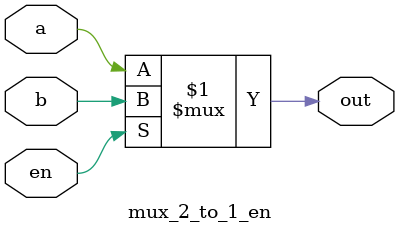
<source format=v>
module mux_2_to_1_en(
  input a,
  input b,
  input en,
  output out
);

  assign out = en ? b : a;

endmodule
</source>
